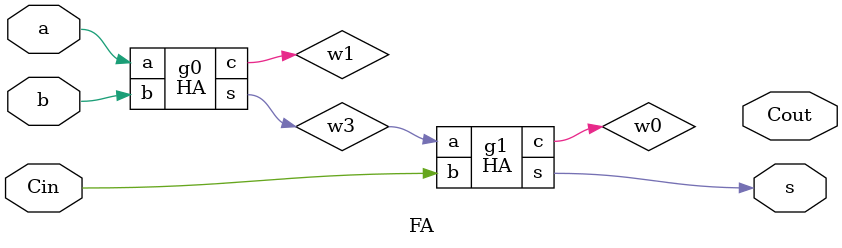
<source format=v>

module HA(s, b, a, c);
//: interface  /sz:(166, 122) /bd:[ Ti0>a(50/166) Ti1>b(113/166) Lo0<c(59/122) Bo0<s(80/166) ]
input b;    //: /sn:0 {0}(259,188)(281,188){1}
//: {2}(285,188)(321,188)(321,179)(329,179){3}
//: {4}(283,190)(283,235)(330,235){5}
output s;    //: /sn:0 /dp:1 {0}(350,177)(426,177){1}
input a;    //: /sn:0 {0}(260,174)(295,174){1}
//: {2}(299,174)(329,174){3}
//: {4}(297,176)(297,230)(330,230){5}
output c;    //: /sn:0 /dp:1 {0}(351,233)(423,233){1}
//: enddecls

  //: output g4 (s) @(423,177) /sn:0 /w:[ 1 ]
  //: input g3 (b) @(257,188) /sn:0 /w:[ 0 ]
  //: input g2 (a) @(258,174) /sn:0 /w:[ 0 ]
  and g1 (.I0(a), .I1(b), .Z(c));   //: @(341,233) /sn:0 /delay:" 3" /w:[ 5 5 0 ]
  //: joint g6 (a) @(297, 174) /w:[ 2 -1 1 4 ]
  //: joint g7 (b) @(283, 188) /w:[ 2 -1 1 4 ]
  //: output g5 (c) @(420,233) /sn:0 /w:[ 1 ]
  xor g0 (.I0(a), .I1(b), .Z(s));   //: @(340,177) /sn:0 /delay:" 4" /w:[ 3 3 0 ]

endmodule

module main;    //: root_module
wire w4;    //: /sn:0 {0}(529,382)(529,387)(498,387)(498,350){1}
wire w0;    //: /sn:0 {0}(469,95)(486,95)(486,156){1}
wire w1;    //: /sn:0 {0}(531,95)(539,95)(539,156){1}
wire w2;    //: /sn:0 {0}(323,231)(323,255)(382,255){1}
wire w5;    //: /sn:0 {0}(401,95)(422,95)(422,156){1}
//: enddecls

  led g4 (.I(w2));   //: @(323,224) /sn:0 /w:[ 0 ] /type:0
  //: switch g3 (w1) @(514,95) /sn:0 /w:[ 0 ] /st:0
  //: switch g2 (w0) @(452,95) /sn:0 /w:[ 0 ] /st:0
  //: switch g1 (w5) @(384,95) /sn:0 /w:[ 0 ] /st:0
  led g5 (.I(w4));   //: @(529,375) /sn:0 /w:[ 0 ] /type:0
  FA g0 (.Cin(w1), .b(w0), .a(w5), .Cout(w2), .s(w4));   //: @(383, 157) /sz:(210, 192) /sn:0 /p:[ Ti0>1 Ti1>1 Ti2>1 Lo0<1 Bo0<1 ]

endmodule

module FA(Cin, b, a, Cout, s);
//: interface  /sz:(40, 40) /bd:[ ]
input b;    //: /sn:0 {0}(160,113)(421,113)(421,130){1}
output Cout;    //: /sn:0 /dp:1 {0}(580,442)(700,442){1}
input Cin;    //: /sn:0 {0}(139,250)(582,250)(582,274){1}
output s;    //: /sn:0 /dp:1 {0}(559,378)(559,398)(690,398){1}
input a;    //: /sn:0 {0}(172,96)(382,96)(382,130){1}
wire w0;    //: /sn:0 /dp:1 {0}(559,439)(488,439)(488,324)(505,324){1}
wire w3;    //: /sn:0 {0}(401,230)(401,256)(539,256)(539,274){1}
wire w1;    //: /sn:0 /dp:1 {0}(559,444)(341,444)(341,178)(351,178){1}
//: enddecls

  //: input g4 (Cin) @(137,250) /sn:0 /w:[ 0 ]
  //: input g3 (b) @(158,113) /sn:0 /w:[ 0 ]
  //: input g2 (a) @(170,96) /sn:0 /w:[ 0 ]
  HA g1 (.b(Cin), .a(w3), .c(w0), .s(s));   //: @(506, 275) /sz:(112, 102) /sn:0 /p:[ Ti0>1 Ti1>1 Lo0<1 Bo0<0 ]
  or g6 (.I0(w0), .I1(w1), .Z(Cout));   //: @(570,442) /sn:0 /delay:" 3" /w:[ 0 0 0 ]
  //: output g7 (Cout) @(697,442) /sn:0 /w:[ 1 ]
  //: output g5 (s) @(687,398) /sn:0 /w:[ 1 ]
  HA g0 (.b(b), .a(a), .c(w1), .s(w3));   //: @(352, 131) /sz:(102, 98) /sn:0 /p:[ Ti0>1 Ti1>1 Lo0<1 Bo0<0 ]

endmodule

</source>
